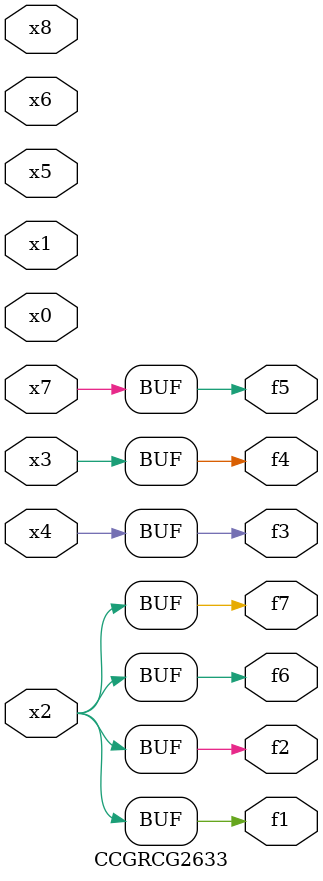
<source format=v>
module CCGRCG2633(
	input x0, x1, x2, x3, x4, x5, x6, x7, x8,
	output f1, f2, f3, f4, f5, f6, f7
);
	assign f1 = x2;
	assign f2 = x2;
	assign f3 = x4;
	assign f4 = x3;
	assign f5 = x7;
	assign f6 = x2;
	assign f7 = x2;
endmodule

</source>
